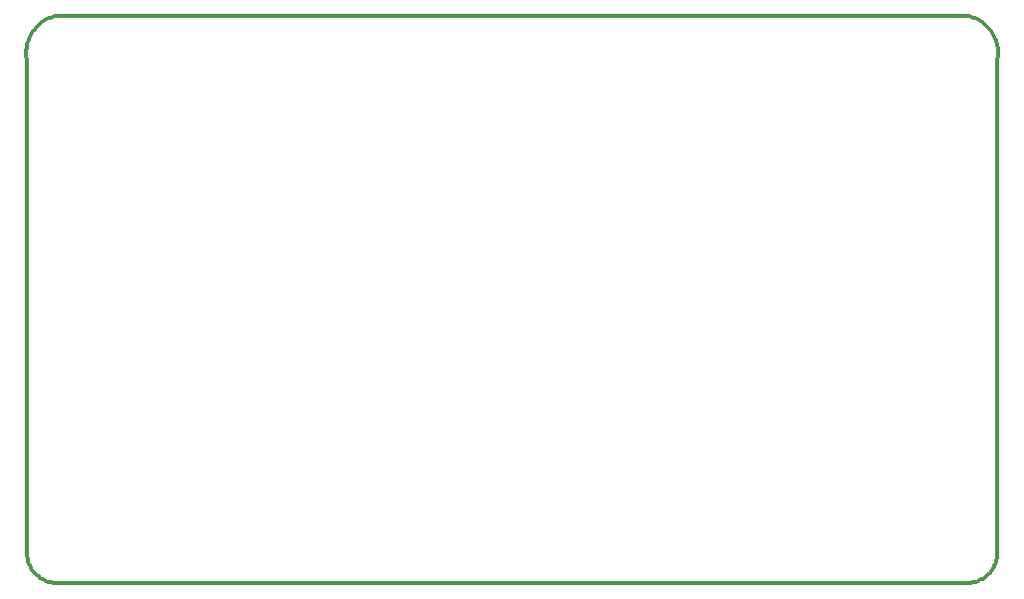
<source format=gko>
G75*
G70*
%OFA0B0*%
%FSLAX24Y24*%
%IPPOS*%
%LPD*%
%AMOC8*
5,1,8,0,0,1.08239X$1,22.5*
%
%ADD10C,0.0120*%
D10*
X001185Y000160D02*
X031685Y000160D01*
X031745Y000162D01*
X031806Y000167D01*
X031865Y000176D01*
X031924Y000189D01*
X031983Y000205D01*
X032040Y000225D01*
X032095Y000248D01*
X032150Y000275D01*
X032202Y000304D01*
X032253Y000337D01*
X032302Y000373D01*
X032348Y000411D01*
X032392Y000453D01*
X032434Y000497D01*
X032472Y000543D01*
X032508Y000592D01*
X032541Y000643D01*
X032570Y000695D01*
X032597Y000750D01*
X032620Y000805D01*
X032640Y000862D01*
X032656Y000921D01*
X032669Y000980D01*
X032678Y001039D01*
X032683Y001100D01*
X032685Y001160D01*
X032685Y017660D01*
X032697Y017728D01*
X032705Y017797D01*
X032709Y017866D01*
X032710Y017935D01*
X032707Y018004D01*
X032700Y018072D01*
X032689Y018140D01*
X032675Y018208D01*
X032657Y018275D01*
X032635Y018340D01*
X032610Y018405D01*
X032582Y018468D01*
X032550Y018529D01*
X032515Y018588D01*
X032476Y018646D01*
X032435Y018701D01*
X032391Y018754D01*
X032344Y018804D01*
X032294Y018852D01*
X032242Y018897D01*
X032187Y018940D01*
X032130Y018979D01*
X032071Y019015D01*
X032010Y019048D01*
X031948Y019077D01*
X031884Y019103D01*
X031819Y019126D01*
X031752Y019145D01*
X031685Y019160D01*
X001185Y019160D01*
X001118Y019145D01*
X001051Y019126D01*
X000986Y019103D01*
X000922Y019077D01*
X000860Y019048D01*
X000799Y019015D01*
X000740Y018979D01*
X000683Y018940D01*
X000628Y018897D01*
X000576Y018852D01*
X000526Y018804D01*
X000479Y018754D01*
X000435Y018701D01*
X000394Y018646D01*
X000355Y018588D01*
X000320Y018529D01*
X000288Y018468D01*
X000260Y018405D01*
X000235Y018340D01*
X000213Y018275D01*
X000195Y018208D01*
X000181Y018140D01*
X000170Y018072D01*
X000163Y018004D01*
X000160Y017935D01*
X000161Y017866D01*
X000165Y017797D01*
X000173Y017728D01*
X000185Y017660D01*
X000185Y001160D01*
X000187Y001100D01*
X000192Y001039D01*
X000201Y000980D01*
X000214Y000921D01*
X000230Y000862D01*
X000250Y000805D01*
X000273Y000750D01*
X000300Y000695D01*
X000329Y000643D01*
X000362Y000592D01*
X000398Y000543D01*
X000436Y000497D01*
X000478Y000453D01*
X000522Y000411D01*
X000568Y000373D01*
X000617Y000337D01*
X000668Y000304D01*
X000720Y000275D01*
X000775Y000248D01*
X000830Y000225D01*
X000887Y000205D01*
X000946Y000189D01*
X001005Y000176D01*
X001064Y000167D01*
X001125Y000162D01*
X001185Y000160D01*
M02*

</source>
